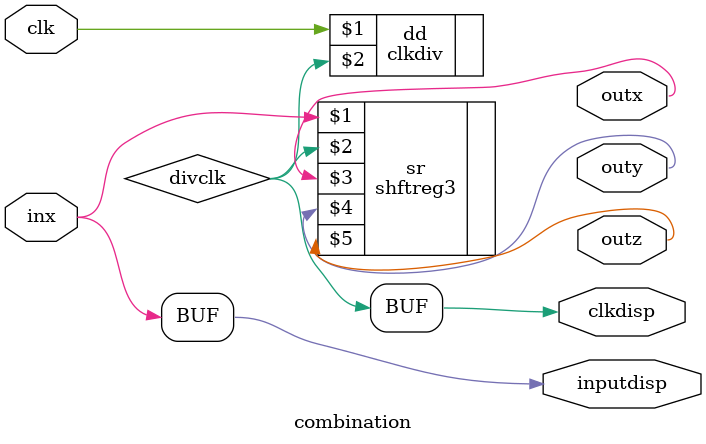
<source format=v>
`timescale 1ns / 1ps


module combination(
    inx,clk,outx,outy,outz,clkdisp,inputdisp
    );
    input inx,clk;
    output outx,outy,outz,clkdisp,inputdisp;
    wire divclk;
    clkdiv dd(clk,divclk);
    assign clkdisp = divclk;
    assign inputdisp = inx;
    shftreg3 sr(inx,divclk,outx,outy,outz);
endmodule

</source>
